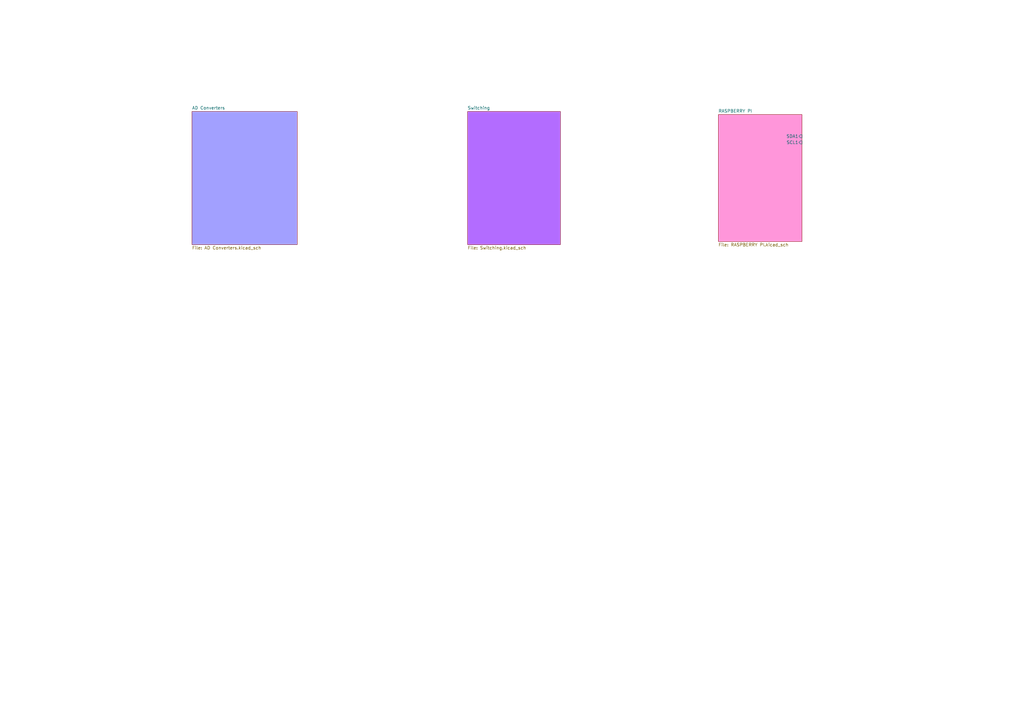
<source format=kicad_sch>
(kicad_sch
	(version 20231120)
	(generator "eeschema")
	(generator_version "8.0")
	(uuid "4b3e48be-65ba-4d0a-a1db-abb25b7e04e5")
	(paper "A3")
	(title_block
		(title "Hardware Board")
		(date "2024-08-22")
		(rev "1")
		(company "Cabrillo Robotics Club")
		(comment 1 "High level overview (IsaacWax)")
	)
	(lib_symbols)
	(sheet
		(at 294.64 46.99)
		(size 34.29 52.07)
		(fields_autoplaced yes)
		(stroke
			(width 0.1524)
			(type solid)
		)
		(fill
			(color 255 150 218 1.0000)
		)
		(uuid "6abc83a1-1407-4700-9fa3-d4e7a578b5b5")
		(property "Sheetname" "RASPBERRY PI"
			(at 294.64 46.2784 0)
			(effects
				(font
					(size 1.27 1.27)
				)
				(justify left bottom)
			)
		)
		(property "Sheetfile" "RASPBERRY PI.kicad_sch"
			(at 294.64 99.6446 0)
			(effects
				(font
					(size 1.27 1.27)
				)
				(justify left top)
			)
		)
		(pin "SDA1" input
			(at 328.93 55.88 0)
			(effects
				(font
					(size 1.27 1.27)
				)
				(justify right)
			)
			(uuid "4f32c525-b134-4165-9f65-f9837d9363bf")
		)
		(pin "SCL1" input
			(at 328.93 58.42 0)
			(effects
				(font
					(size 1.27 1.27)
				)
				(justify right)
			)
			(uuid "646c5f28-0490-490f-891b-ceba2afdbd10")
		)
		(instances
			(project "Hardware_Board"
				(path "/4b3e48be-65ba-4d0a-a1db-abb25b7e04e5"
					(page "2")
				)
			)
		)
	)
	(sheet
		(at 78.74 45.72)
		(size 43.18 54.61)
		(fields_autoplaced yes)
		(stroke
			(width 0.1524)
			(type solid)
		)
		(fill
			(color 162 160 255 1.0000)
		)
		(uuid "a07f948f-e10d-45c1-bf30-4ddf6370e535")
		(property "Sheetname" "AD Converters"
			(at 78.74 45.0084 0)
			(effects
				(font
					(size 1.27 1.27)
				)
				(justify left bottom)
			)
		)
		(property "Sheetfile" "AD Converters.kicad_sch"
			(at 78.74 100.9146 0)
			(effects
				(font
					(size 1.27 1.27)
				)
				(justify left top)
			)
		)
		(instances
			(project "Hardware_Board"
				(path "/4b3e48be-65ba-4d0a-a1db-abb25b7e04e5"
					(page "4")
				)
			)
		)
	)
	(sheet
		(at 191.77 45.72)
		(size 38.1 54.61)
		(fields_autoplaced yes)
		(stroke
			(width 0.1524)
			(type solid)
		)
		(fill
			(color 179 108 255 1.0000)
		)
		(uuid "a7d6e487-5aa1-4388-99a1-443b91f3b4fe")
		(property "Sheetname" "Switching"
			(at 191.77 45.0084 0)
			(effects
				(font
					(size 1.27 1.27)
				)
				(justify left bottom)
			)
		)
		(property "Sheetfile" "Switching.kicad_sch"
			(at 191.77 100.9146 0)
			(effects
				(font
					(size 1.27 1.27)
				)
				(justify left top)
			)
		)
		(instances
			(project "Hardware_Board"
				(path "/4b3e48be-65ba-4d0a-a1db-abb25b7e04e5"
					(page "3")
				)
			)
		)
	)
	(sheet_instances
		(path "/"
			(page "1")
		)
	)
)

</source>
